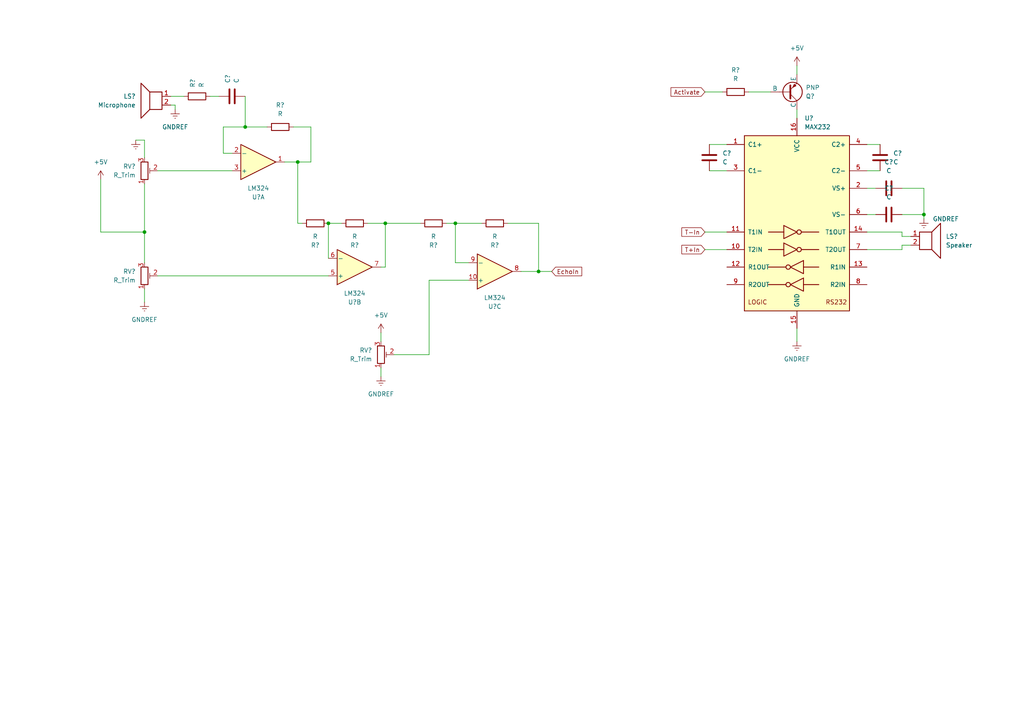
<source format=kicad_sch>
(kicad_sch (version 20230121) (generator eeschema)
  (paper "A4")
  (lib_symbols
    (symbol "Amplifier_Operational:LM324" (pin_names (offset 0.127))
      (property "Reference" "U" (at 0 5.08 0))
      (property "Value" "LM324" (at 0 -5.08 0))
      (symbol "LM324_1_1"
        (polyline (pts (xy -5.08 5.08) (xy 5.08 0) (xy -5.08 -5.08) (xy -5.08 5.08)) (stroke (width 0.254)) (fill (type background)))
        (pin output line (at 7.62 0 180) (length 2.54) (name "~") (number "1"))
        (pin input line (at -7.62 -2.54 0) (length 2.54) (name "-") (number "2"))
        (pin input line (at -7.62 2.54 0) (length 2.54) (name "+") (number "3"))
      )
      (symbol "LM324_2_1"
        (polyline (pts (xy -5.08 5.08) (xy 5.08 0) (xy -5.08 -5.08) (xy -5.08 5.08)) (stroke (width 0.254)) (fill (type background)))
        (pin input line (at -7.62 2.54 0) (length 2.54) (name "+") (number "5"))
        (pin input line (at -7.62 -2.54 0) (length 2.54) (name "-") (number "6"))
        (pin output line (at 7.62 0 180) (length 2.54) (name "~") (number "7"))
      )
      (symbol "LM324_3_1"
        (polyline (pts (xy -5.08 5.08) (xy 5.08 0) (xy -5.08 -5.08) (xy -5.08 5.08)) (stroke (width 0.254)) (fill (type background)))
        (pin input line (at -7.62 2.54 0) (length 2.54) (name "+") (number "10"))
        (pin output line (at 7.62 0 180) (length 2.54) (name "~") (number "8"))
        (pin input line (at -7.62 -2.54 0) (length 2.54) (name "-") (number "9"))
      )
      (symbol "LM324_4_1"
        (polyline (pts (xy -5.08 5.08) (xy 5.08 0) (xy -5.08 -5.08) (xy -5.08 5.08)) (stroke (width 0.254)) (fill (type background)))
        (pin input line (at -7.62 2.54 0) (length 2.54) (name "+") (number "12"))
        (pin input line (at -7.62 -2.54 0) (length 2.54) (name "-") (number "13"))
        (pin output line (at 7.62 0 180) (length 2.54) (name "~") (number "14"))
      )
      (symbol "LM324_5_1"
        (pin power_in line (at -2.54 -7.62 90) (length 3.81) (name "V-") (number "11"))
        (pin power_in line (at -2.54 7.62 270) (length 3.81) (name "V+") (number "4"))
      )
    )
    (symbol "Device:C" (pin_numbers hide) (pin_names (offset 0.254))
      (property "Reference" "C" (at 0.635 2.54 0))
      (property "Value" "C" (at 0.635 -2.54 0))
      (symbol "C_0_1"
        (polyline (pts (xy -2.032 -0.762) (xy 2.032 -0.762)) (stroke (width 0.508)))
        (polyline (pts (xy -2.032 0.762) (xy 2.032 0.762)) (stroke (width 0.508)))
      )
      (symbol "C_1_1"
        (pin passive line (at 0 3.81 270) (length 2.794) (name "~") (number "1"))
        (pin passive line (at 0 -3.81 90) (length 2.794) (name "~") (number "2"))
      )
    )
    (symbol "Device:R" (pin_numbers hide) (pin_names (offset 0))
      (property "Reference" "R" (at 2.032 0 90))
      (property "Value" "R" (at 0 0 90))
      (symbol "R_0_1"
        (rectangle (start -1.016 -2.54) (end 1.016 2.54) (stroke (width 0.254)))
      )
      (symbol "R_1_1"
        (pin passive line (at 0 3.81 270) (length 1.27) (name "~") (number "1"))
        (pin passive line (at 0 -3.81 90) (length 1.27) (name "~") (number "2"))
      )
    )
    (symbol "Device:R_Potentiometer_Trim" (pin_names (offset 1.016) hide)
      (property "Reference" "RV" (at -4.445 0 90))
      (property "Value" "R_Potentiometer_Trim" (at -2.54 0 90))
      (symbol "R_Potentiometer_Trim_0_1"
        (polyline (pts (xy 1.524 0.762) (xy 1.524 -0.762)))
        (polyline (pts (xy 2.54 0) (xy 1.524 0)))
        (rectangle (start 1.016 2.54) (end -1.016 -2.54) (stroke (width 0.254)))
      )
      (symbol "R_Potentiometer_Trim_1_1"
        (pin passive line (at 0 3.81 270) (length 1.27) (name "1") (number "1"))
        (pin passive line (at 3.81 0 180) (length 1.27) (name "2") (number "2"))
        (pin passive line (at 0 -3.81 90) (length 1.27) (name "3") (number "3"))
      )
    )
    (symbol "Device:Speaker" (pin_names (offset 0) hide)
      (property "Reference" "LS" (at 1.27 5.715 0))
      (property "Value" "Speaker" (at 1.27 3.81 0))
      (symbol "Speaker_0_0"
        (rectangle (start -2.54 1.27) (end 1.016 -3.81) (stroke (width 0.254)))
        (polyline (pts (xy 1.016 1.27) (xy 3.556 3.81) (xy 3.556 -6.35) (xy 1.016 -3.81)) (stroke (width 0.254)))
      )
      (symbol "Speaker_1_1"
        (pin input line (at -5.08 0 0) (length 2.54) (name "1") (number "1"))
        (pin input line (at -5.08 -2.54 0) (length 2.54) (name "2") (number "2"))
      )
    )
    (symbol "Interface_UART:MAX232" (pin_names (offset 1.016))
      (property "Reference" "U" (at -2.54 28.575 0))
      (property "Value" "MAX232" (at -2.54 26.67 0))
      (symbol "MAX232_0_0"
        (text "LOGIC" (at -11.43 -22.86 0) (effects (font (size 1.27 1.27))))
        (text "RS232" (at 11.43 -22.86 0) (effects (font (size 1.27 1.27))))
      )
      (symbol "MAX232_0_1"
        (rectangle (start -15.24 -25.4) (end 15.24 25.4) (stroke (width 0.254)) (fill (type background)))
        (circle (center -2.54 -17.78) (radius 0.635) (stroke (width 0.254)))
        (circle (center -2.54 -12.7) (radius 0.635) (stroke (width 0.254)))
        (polyline (pts (xy -3.81 -7.62) (xy -8.255 -7.62)) (stroke (width 0.254)))
        (polyline (pts (xy -3.81 -2.54) (xy -8.255 -2.54)) (stroke (width 0.254)))
        (polyline (pts (xy -3.175 -17.78) (xy -8.255 -17.78)) (stroke (width 0.254)))
        (polyline (pts (xy -3.175 -12.7) (xy -8.255 -12.7)) (stroke (width 0.254)))
        (polyline (pts (xy 1.27 -7.62) (xy 6.35 -7.62)) (stroke (width 0.254)))
        (polyline (pts (xy 1.27 -2.54) (xy 6.35 -2.54)) (stroke (width 0.254)))
        (polyline (pts (xy 1.905 -17.78) (xy 6.35 -17.78)) (stroke (width 0.254)))
        (polyline (pts (xy 1.905 -12.7) (xy 6.35 -12.7)) (stroke (width 0.254)))
        (polyline (pts (xy -3.81 -5.715) (xy -3.81 -9.525) (xy 0 -7.62) (xy -3.81 -5.715)) (stroke (width 0.254)))
        (polyline (pts (xy -3.81 -0.635) (xy -3.81 -4.445) (xy 0 -2.54) (xy -3.81 -0.635)) (stroke (width 0.254)))
        (polyline (pts (xy 1.905 -15.875) (xy 1.905 -19.685) (xy -1.905 -17.78) (xy 1.905 -15.875)) (stroke (width 0.254)))
        (polyline (pts (xy 1.905 -10.795) (xy 1.905 -14.605) (xy -1.905 -12.7) (xy 1.905 -10.795)) (stroke (width 0.254)))
        (circle (center 0.635 -7.62) (radius 0.635) (stroke (width 0.254)))
        (circle (center 0.635 -2.54) (radius 0.635) (stroke (width 0.254)))
      )
      (symbol "MAX232_1_1"
        (pin passive line (at -20.32 22.86 0) (length 5.08) (name "C1+") (number "1"))
        (pin input line (at -20.32 -7.62 0) (length 5.08) (name "T2IN") (number "10"))
        (pin input line (at -20.32 -2.54 0) (length 5.08) (name "T1IN") (number "11"))
        (pin output line (at -20.32 -12.7 0) (length 5.08) (name "R1OUT") (number "12"))
        (pin input line (at 20.32 -12.7 180) (length 5.08) (name "R1IN") (number "13"))
        (pin output line (at 20.32 -2.54 180) (length 5.08) (name "T1OUT") (number "14"))
        (pin power_in line (at 0 -30.48 90) (length 5.08) (name "GND") (number "15"))
        (pin power_in line (at 0 30.48 270) (length 5.08) (name "VCC") (number "16"))
        (pin power_out line (at 20.32 10.16 180) (length 5.08) (name "VS+") (number "2"))
        (pin passive line (at -20.32 15.24 0) (length 5.08) (name "C1-") (number "3"))
        (pin passive line (at 20.32 22.86 180) (length 5.08) (name "C2+") (number "4"))
        (pin passive line (at 20.32 15.24 180) (length 5.08) (name "C2-") (number "5"))
        (pin power_out line (at 20.32 2.54 180) (length 5.08) (name "VS-") (number "6"))
        (pin output line (at 20.32 -7.62 180) (length 5.08) (name "T2OUT") (number "7"))
        (pin input line (at 20.32 -17.78 180) (length 5.08) (name "R2IN") (number "8"))
        (pin output line (at -20.32 -17.78 0) (length 5.08) (name "R2OUT") (number "9"))
      )
    )
    (symbol "Simulation_SPICE:PNP" (pin_numbers hide) (pin_names (offset 0))
      (property "Reference" "Q" (at -2.54 7.62 0))
      (property "Value" "PNP" (at -2.54 5.08 0))
      (symbol "PNP_0_1"
        (polyline (pts (xy -2.54 0) (xy 0.635 0)) (stroke (width 0.1524)))
        (polyline (pts (xy 0.635 0.635) (xy 2.54 2.54)))
        (polyline (pts (xy 0.635 -0.635) (xy 2.54 -2.54) (xy 2.54 -2.54)))
        (polyline (pts (xy 0.635 1.905) (xy 0.635 -1.905) (xy 0.635 -1.905)) (stroke (width 0.508)))
        (polyline (pts (xy 2.286 -1.778) (xy 1.778 -2.286) (xy 1.27 -1.27) (xy 2.286 -1.778) (xy 2.286 -1.778)) (fill (type outline)))
        (circle (center 1.27 0) (radius 2.8194) (stroke (width 0.254)))
      )
      (symbol "PNP_1_1"
        (pin open_collector line (at 2.54 5.08 270) (length 2.54) (name "C") (number "1"))
        (pin input line (at -5.08 0 0) (length 2.54) (name "B") (number "2"))
        (pin open_emitter line (at 2.54 -5.08 90) (length 2.54) (name "E") (number "3"))
      )
    )
    (symbol "power:+5V" (power) (pin_names (offset 0))
      (property "Value" "+5V" (at 0 3.556 0))
      (symbol "+5V_0_1"
        (polyline (pts (xy -0.762 1.27) (xy 0 2.54)))
        (polyline (pts (xy 0 0) (xy 0 2.54)))
        (polyline (pts (xy 0 2.54) (xy 0.762 1.27)))
      )
      (symbol "+5V_1_1"
        (pin power_in line (at 0 0 90) (length 0) hide (name "+5V") (number "1"))
      )
    )
    (symbol "power:GNDREF" (power) (pin_names (offset 0))
      (property "Value" "GNDREF" (at 0 -3.81 0))
      (symbol "GNDREF_0_1"
        (polyline (pts (xy -0.635 -1.905) (xy 0.635 -1.905)))
        (polyline (pts (xy -0.127 -2.54) (xy 0.127 -2.54)))
        (polyline (pts (xy 0 -1.27) (xy 0 0)))
        (polyline (pts (xy 1.27 -1.27) (xy -1.27 -1.27)))
      )
      (symbol "GNDREF_1_1"
        (pin power_in line (at 0 0 270) (length 0) hide (name "GNDREF") (number "1"))
      )
    )
  )
  (junction (at 41.91 67.31))
  (junction (at 156.21 78.74))
  (junction (at 132.08 64.77))
  (junction (at 111.76 64.77))
  (junction (at 95.25 64.77))
  (junction (at 86.36 46.99))
  (junction (at 267.97 62.23))
  (junction (at 71.12 36.83))
  (wire (pts (xy 251.46 62.23) (xy 254 62.23)))
  (wire (pts (xy 95.25 74.93) (xy 95.25 64.77)))
  (wire (pts (xy 110.49 106.68) (xy 110.49 109.22)))
  (wire (pts (xy 86.36 46.99) (xy 90.17 46.99)))
  (wire (pts (xy 99.06 64.77) (xy 95.25 64.77)))
  (wire (pts (xy 231.14 31.75) (xy 231.14 34.29)))
  (wire (pts (xy 151.13 78.74) (xy 156.21 78.74)))
  (wire (pts (xy 41.91 40.64) (xy 39.37 40.64)))
  (wire (pts (xy 41.91 40.64) (xy 41.91 45.72)))
  (wire (pts (xy 156.21 64.77) (xy 156.21 78.74)))
  (wire (pts (xy 205.74 49.53) (xy 210.82 49.53)))
  (wire (pts (xy 111.76 77.47) (xy 110.49 77.47)))
  (wire (pts (xy 49.53 30.48) (xy 50.8 30.48)))
  (wire (pts (xy 267.97 54.61) (xy 267.97 62.23)))
  (wire (pts (xy 60.96 27.94) (xy 63.5 27.94)))
  (wire (pts (xy 64.77 36.83) (xy 64.77 44.45)))
  (wire (pts (xy 49.53 27.94) (xy 53.34 27.94)))
  (wire (pts (xy 205.74 41.91) (xy 210.82 41.91)))
  (wire (pts (xy 82.55 46.99) (xy 86.36 46.99)))
  (wire (pts (xy 90.17 36.83) (xy 90.17 46.99)))
  (wire (pts (xy 41.91 67.31) (xy 41.91 76.2)))
  (wire (pts (xy 111.76 77.47) (xy 111.76 64.77)))
  (wire (pts (xy 67.31 44.45) (xy 64.77 44.45)))
  (wire (pts (xy 231.14 19.05) (xy 231.14 21.59)))
  (wire (pts (xy 204.47 67.31) (xy 210.82 67.31)))
  (wire (pts (xy 111.76 64.77) (xy 121.92 64.77)))
  (wire (pts (xy 124.46 81.28) (xy 135.89 81.28)))
  (wire (pts (xy 86.36 46.99) (xy 86.36 64.77)))
  (wire (pts (xy 261.62 67.31) (xy 261.62 68.58)))
  (wire (pts (xy 132.08 64.77) (xy 132.08 76.2)))
  (wire (pts (xy 261.62 62.23) (xy 267.97 62.23)))
  (wire (pts (xy 110.49 96.52) (xy 110.49 99.06)))
  (wire (pts (xy 71.12 27.94) (xy 71.12 36.83)))
  (wire (pts (xy 29.21 52.07) (xy 29.21 67.31)))
  (wire (pts (xy 77.47 36.83) (xy 71.12 36.83)))
  (wire (pts (xy 147.32 64.77) (xy 156.21 64.77)))
  (wire (pts (xy 267.97 62.23) (xy 267.97 63.5)))
  (wire (pts (xy 129.54 64.77) (xy 132.08 64.77)))
  (wire (pts (xy 204.47 72.39) (xy 210.82 72.39)))
  (wire (pts (xy 261.62 54.61) (xy 267.97 54.61)))
  (wire (pts (xy 50.8 30.48) (xy 50.8 31.75)))
  (wire (pts (xy 45.72 80.01) (xy 95.25 80.01)))
  (wire (pts (xy 132.08 64.77) (xy 139.7 64.77)))
  (wire (pts (xy 85.09 36.83) (xy 90.17 36.83)))
  (wire (pts (xy 71.12 36.83) (xy 64.77 36.83)))
  (wire (pts (xy 111.76 64.77) (xy 106.68 64.77)))
  (wire (pts (xy 231.14 95.25) (xy 231.14 99.06)))
  (wire (pts (xy 251.46 54.61) (xy 254 54.61)))
  (wire (pts (xy 86.36 64.77) (xy 87.63 64.77)))
  (wire (pts (xy 261.62 71.12) (xy 261.62 72.39)))
  (wire (pts (xy 251.46 41.91) (xy 255.27 41.91)))
  (wire (pts (xy 251.46 67.31) (xy 261.62 67.31)))
  (wire (pts (xy 156.21 78.74) (xy 160.02 78.74)))
  (wire (pts (xy 124.46 81.28) (xy 124.46 102.87)))
  (wire (pts (xy 217.17 26.67) (xy 223.52 26.67)))
  (wire (pts (xy 132.08 76.2) (xy 135.89 76.2)))
  (wire (pts (xy 41.91 53.34) (xy 41.91 67.31)))
  (wire (pts (xy 114.3 102.87) (xy 124.46 102.87)))
  (wire (pts (xy 67.31 49.53) (xy 45.72 49.53)))
  (wire (pts (xy 251.46 49.53) (xy 255.27 49.53)))
  (wire (pts (xy 204.47 26.67) (xy 209.55 26.67)))
  (wire (pts (xy 251.46 72.39) (xy 261.62 72.39)))
  (wire (pts (xy 261.62 71.12) (xy 264.16 71.12)))
  (wire (pts (xy 261.62 68.58) (xy 264.16 68.58)))
  (wire (pts (xy 41.91 67.31) (xy 29.21 67.31)))
  (wire (pts (xy 41.91 83.82) (xy 41.91 87.63)))
  (global_label "T+In" (shape input) (at 204.47 72.39 180) (property "Intersheetrefs" "${INTERSHEET_REFS}" (effects hide)))
  (global_label "EchoIn" (shape input) (at 160.02 78.74 0) (property "Intersheetrefs" "${INTERSHEET_REFS}" (effects hide)))
  (global_label "Activate" (shape input) (at 204.47 26.67 180) (property "Intersheetrefs" "${INTERSHEET_REFS}" (effects hide)))
  (global_label "T-In" (shape input) (at 204.47 67.31 180) (property "Intersheetrefs" "${INTERSHEET_REFS}" (effects hide)))
  (symbol (lib_id "Device:C") (at 257.81 54.61 90) (unit 1)
    (property "Reference" "C?" (at 257.81 46.99 90))
    (property "Value" "C" (at 257.81 49.53 90))
  )
  (symbol (lib_id "Device:R") (at 81.28 36.83 270) (mirror x) (unit 1)
    (property "Reference" "R?" (at 81.28 30.48 90))
    (property "Value" "R" (at 81.28 33.02 90))
  )
  (symbol (lib_id "Device:R_Potentiometer_Trim") (at 41.91 49.53 0) (mirror x) (unit 1)
    (property "Reference" "RV?" (at 39.37 48.26 0) (effects (justify right)))
    (property "Value" "R_Trim" (at 39.37 50.8 0) (effects (justify right)))
  )
  (symbol (lib_id "Device:C") (at 255.27 45.72 0) (unit 1)
    (property "Reference" "C?" (at 259.08 44.45 0) (effects (justify left)))
    (property "Value" "C" (at 259.08 46.99 0) (effects (justify left)))
  )
  (symbol (lib_id "Device:R") (at 57.15 27.94 270) (unit 1)
    (property "Reference" "R?" (at 55.88 25.4 0) (effects (justify right)))
    (property "Value" "R" (at 58.42 25.4 0) (effects (justify right)))
  )
  (symbol (lib_id "power:+5V") (at 231.14 19.05 0) (unit 1)
    (property "Reference" "#PWR04" (effects hide))
    (property "Value" "+5V" (at 231.14 13.97 0))
  )
  (symbol (lib_id "Device:R") (at 102.87 64.77 90) (unit 1)
    (property "Reference" "R?" (at 102.87 71.12 90))
    (property "Value" "R" (at 102.87 68.58 90))
  )
  (symbol (lib_id "Amplifier_Operational:LM324") (at 143.51 78.74 0) (mirror x) (unit 3)
    (property "Reference" "U?" (at 143.51 88.9 0))
    (property "Value" "LM324" (at 143.51 86.36 0))
    (property "Datasheet" "http://www.ti.com/lit/ds/symlink/lm2902-n.pdf" (effects hide))
  )
  (symbol (lib_id "Device:R_Potentiometer_Trim") (at 41.91 80.01 0) (mirror x) (unit 1)
    (property "Reference" "RV?" (at 39.37 78.74 0) (effects (justify right)))
    (property "Value" "R_Trim" (at 39.37 81.28 0) (effects (justify right)))
  )
  (symbol (lib_id "Device:R") (at 125.73 64.77 90) (unit 1)
    (property "Reference" "R?" (at 125.73 71.12 90))
    (property "Value" "R" (at 125.73 68.58 90))
  )
  (symbol (lib_id "power:GNDREF") (at 39.37 40.64 0) (mirror y) (unit 1)
    (property "Reference" "#PWR07" (effects hide))
    (property "Value" "GNDREF" (effects hide))
  )
  (symbol (lib_id "Device:R") (at 143.51 64.77 90) (unit 1)
    (property "Reference" "R?" (at 143.51 71.12 90))
    (property "Value" "R" (at 143.51 68.58 90))
  )
  (symbol (lib_id "power:+5V") (at 29.21 52.07 0) (mirror y) (unit 1)
    (property "Reference" "#PWR08" (effects hide))
    (property "Value" "+5V" (at 29.21 46.99 0))
  )
  (symbol (lib_id "power:GNDREF") (at 231.14 99.06 0) (unit 1)
    (property "Reference" "#PWR03" (effects hide))
    (property "Value" "GNDREF" (at 231.14 104.14 0))
  )
  (symbol (lib_id "power:GNDREF") (at 267.97 63.5 0) (unit 1)
    (property "Reference" "#PWR05" (effects hide))
    (property "Value" "GNDREF" (at 274.32 63.5 0))
  )
  (symbol (lib_id "power:+5V") (at 110.49 96.52 0) (mirror y) (unit 1)
    (property "Reference" "#PWR06" (effects hide))
    (property "Value" "+5V" (at 110.49 91.44 0))
  )
  (symbol (lib_id "Device:R") (at 91.44 64.77 90) (unit 1)
    (property "Reference" "R?" (at 91.44 71.12 90))
    (property "Value" "R" (at 91.44 68.58 90))
  )
  (symbol (lib_id "Device:C") (at 205.74 45.72 0) (unit 1)
    (property "Reference" "C?" (at 209.55 44.45 0) (effects (justify left)))
    (property "Value" "C" (at 209.55 46.99 0) (effects (justify left)))
  )
  (symbol (lib_id "Interface_UART:MAX232") (at 231.14 64.77 0) (unit 1)
    (property "Reference" "U?" (at 233.3341 34.29 0) (effects (justify left)))
    (property "Value" "MAX232" (at 233.3341 36.83 0) (effects (justify left)))
    (property "Datasheet" "http://www.ti.com/lit/ds/symlink/max232.pdf" (effects hide))
  )
  (symbol (lib_id "Simulation_SPICE:PNP") (at 228.6 26.67 0) (mirror x) (unit 1)
    (property "Reference" "Q?" (at 233.68 27.94 0) (effects (justify left)))
    (property "Value" "PNP" (at 233.68 25.4 0) (effects (justify left)))
    (property "Sim.Device" "PNP" (effects hide))
    (property "Sim.Type" "GUMMELPOON" (effects hide))
    (property "Sim.Pins" "1=C 2=B 3=E" (effects hide))
  )
  (symbol (lib_id "Amplifier_Operational:LM324") (at 74.93 46.99 0) (mirror x) (unit 1)
    (property "Reference" "U?" (at 74.93 57.15 0))
    (property "Value" "LM324" (at 74.93 54.61 0))
    (property "Datasheet" "http://www.ti.com/lit/ds/symlink/lm2902-n.pdf" (effects hide))
  )
  (symbol (lib_id "power:GNDREF") (at 110.49 109.22 0) (mirror y) (unit 1)
    (property "Reference" "#PWR011" (effects hide))
    (property "Value" "GNDREF" (at 110.49 114.3 0))
  )
  (symbol (lib_id "Device:C") (at 257.81 62.23 90) (unit 1)
    (property "Reference" "C?" (at 257.81 54.61 90))
    (property "Value" "C" (at 257.81 57.15 90))
  )
  (symbol (lib_id "power:GNDREF") (at 50.8 31.75 0) (unit 1)
    (property "Reference" "#PWR010" (effects hide))
    (property "Value" "GNDREF" (at 50.8 36.83 0))
  )
  (symbol (lib_id "Amplifier_Operational:LM324") (at 102.87 77.47 0) (mirror x) (unit 2)
    (property "Reference" "U?" (at 102.87 87.63 0))
    (property "Value" "LM324" (at 102.87 85.09 0))
    (property "Datasheet" "http://www.ti.com/lit/ds/symlink/lm2902-n.pdf" (effects hide))
  )
  (symbol (lib_id "Device:Speaker") (at 44.45 27.94 0) (mirror y) (unit 1)
    (property "Reference" "LS?" (at 39.37 27.94 0) (effects (justify left)))
    (property "Value" "Microphone" (at 39.37 30.48 0) (effects (justify left)))
  )
  (symbol (lib_id "Device:R") (at 213.36 26.67 90) (unit 1)
    (property "Reference" "R?" (at 213.36 20.32 90))
    (property "Value" "R" (at 213.36 22.86 90))
  )
  (symbol (lib_id "power:GNDREF") (at 41.91 87.63 0) (mirror y) (unit 1)
    (property "Reference" "#PWR09" (effects hide))
    (property "Value" "GNDREF" (at 41.91 92.71 0))
  )
  (symbol (lib_id "Device:R_Potentiometer_Trim") (at 110.49 102.87 0) (mirror x) (unit 1)
    (property "Reference" "RV?" (at 107.95 101.6 0) (effects (justify right)))
    (property "Value" "R_Trim" (at 107.95 104.14 0) (effects (justify right)))
  )
  (symbol (lib_id "Device:C") (at 67.31 27.94 90) (unit 1)
    (property "Reference" "C?" (at 66.04 24.13 0) (effects (justify left)))
    (property "Value" "C" (at 68.58 24.13 0) (effects (justify left)))
  )
  (symbol (lib_id "Device:Speaker") (at 269.24 68.58 0) (unit 1)
    (property "Reference" "LS?" (at 274.32 68.58 0) (effects (justify left)))
    (property "Value" "Speaker" (at 274.32 71.12 0) (effects (justify left)))
  )
)
</source>
